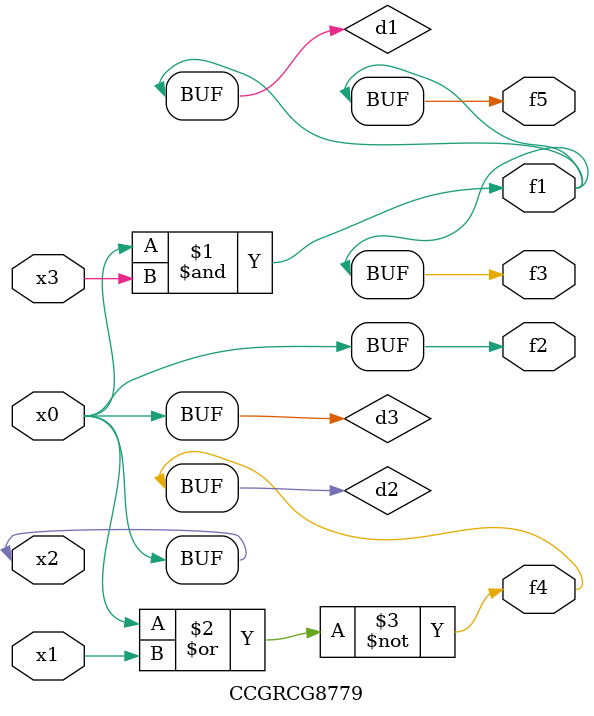
<source format=v>
module CCGRCG8779(
	input x0, x1, x2, x3,
	output f1, f2, f3, f4, f5
);

	wire d1, d2, d3;

	and (d1, x2, x3);
	nor (d2, x0, x1);
	buf (d3, x0, x2);
	assign f1 = d1;
	assign f2 = d3;
	assign f3 = d1;
	assign f4 = d2;
	assign f5 = d1;
endmodule

</source>
